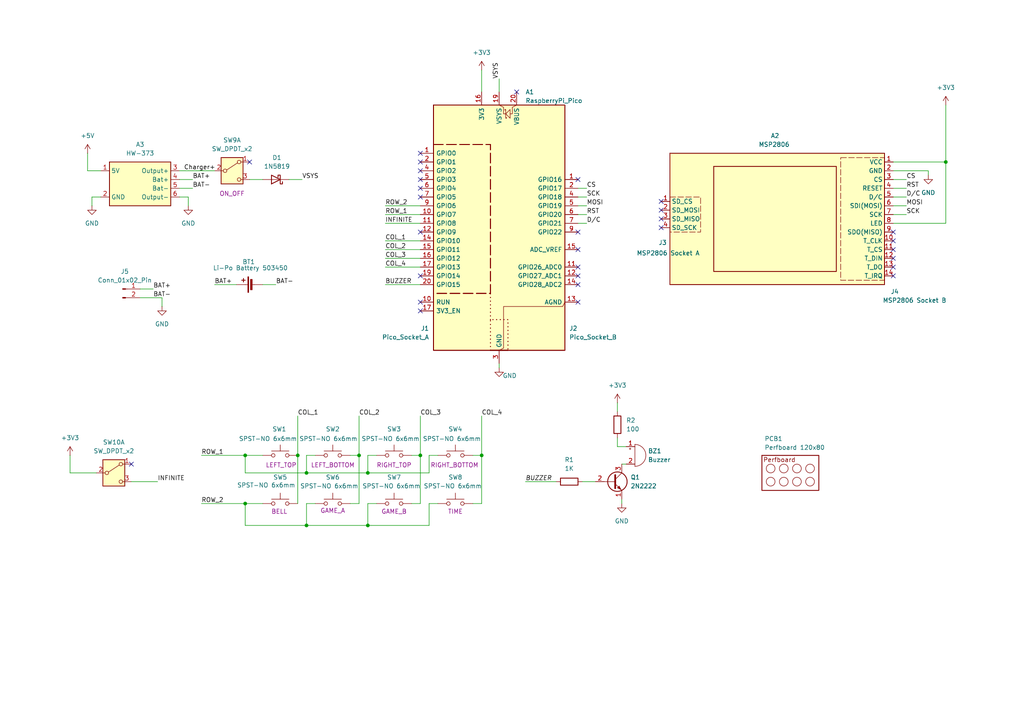
<source format=kicad_sch>
(kicad_sch (version 20250114) (generator "eeschema") (generator_version "9.0")
  (paper "A4")
  (title_block (title "Nu, Pogodi! Schematic") (date "2025-07-06") (rev "1.0"))
  (lib_symbols
    (symbol "Connector:Conn_01x02_Pin" (pin_names (offset 1.016) (hide yes))
      (property "Reference" "J" (at 0 2.54 0))
      (property "Value" "Conn_01x02_Pin" (at 0 -5.08 0))
      (symbol "Conn_01x02_Pin_1_1"
        (rectangle (start 0.8636 0.127) (end 0 -0.127) (stroke (width 0.1524)) (fill (type outline)))
        (rectangle (start 0.8636 -2.413) (end 0 -2.667) (stroke (width 0.1524)) (fill (type outline)))
        (polyline (pts (xy 1.27 0) (xy 0.8636 0)) (stroke (width 0.1524)))
        (polyline (pts (xy 1.27 -2.54) (xy 0.8636 -2.54)) (stroke (width 0.1524)))
        (pin passive line (at 5.08 0 180) (length 3.81) (name "Pin_1") (number "1"))
        (pin passive line (at 5.08 -2.54 180) (length 3.81) (name "Pin_2") (number "2"))
      )
    )
    (symbol "Device:Battery_Cell" (pin_numbers (hide yes)) (pin_names (offset 0) (hide yes))
      (property "Reference" "BT" (at 2.54 2.54 0))
      (property "Value" "Battery_Cell" (at 2.54 0 0))
      (symbol "Battery_Cell_0_1"
        (rectangle (start -2.286 1.778) (end 2.286 1.524) (fill (type outline)))
        (rectangle (start -1.524 1.016) (end 1.524 0.508) (fill (type outline)))
        (polyline (pts (xy 0 1.778) (xy 0 2.54)))
        (polyline (pts (xy 0 0.762) (xy 0 0)))
        (polyline (pts (xy 0.762 3.048) (xy 1.778 3.048)) (stroke (width 0.254)))
        (polyline (pts (xy 1.27 3.556) (xy 1.27 2.54)) (stroke (width 0.254)))
      )
      (symbol "Battery_Cell_1_1"
        (pin passive line (at 0 5.08 270) (length 2.54) (name "+") (number "1"))
        (pin passive line (at 0 -2.54 90) (length 2.54) (name "-") (number "2"))
      )
    )
    (symbol "Device:Buzzer" (pin_names (offset 0.0254) (hide yes))
      (property "Reference" "BZ" (at 3.81 1.27 0))
      (property "Value" "Buzzer" (at 3.81 -1.27 0))
      (symbol "Buzzer_0_1"
        (polyline (pts (xy -1.651 1.905) (xy -1.143 1.905)))
        (polyline (pts (xy -1.397 2.159) (xy -1.397 1.651)))
        (arc (start 0 3.175) (mid 3.1612 0) (end 0 -3.175))
        (polyline (pts (xy 0 3.175) (xy 0 -3.175)))
      )
      (symbol "Buzzer_1_1"
        (pin passive line (at -2.54 2.54 0) (length 2.54) (name "+") (number "1"))
        (pin passive line (at -2.54 -2.54 0) (length 2.54) (name "-") (number "2"))
      )
    )
    (symbol "Device:D_Schottky" (pin_numbers (hide yes)) (pin_names (offset 1.016) (hide yes))
      (property "Reference" "D" (at 0 2.54 0))
      (property "Value" "D_Schottky" (at 0 -2.54 0))
      (symbol "D_Schottky_0_1"
        (polyline (pts (xy -1.905 0.635) (xy -1.905 1.27) (xy -1.27 1.27) (xy -1.27 -1.27) (xy -0.635 -1.27) (xy -0.635 -0.635)) (stroke (width 0.254)))
        (polyline (pts (xy 1.27 1.27) (xy 1.27 -1.27) (xy -1.27 0) (xy 1.27 1.27)) (stroke (width 0.254)))
        (polyline (pts (xy 1.27 0) (xy -1.27 0)))
      )
      (symbol "D_Schottky_1_1"
        (pin passive line (at -3.81 0 0) (length 2.54) (name "K") (number "1"))
        (pin passive line (at 3.81 0 180) (length 2.54) (name "A") (number "2"))
      )
    )
    (symbol "Device:R" (pin_numbers (hide yes)) (pin_names (offset 0))
      (property "Reference" "R" (at 2.032 0 90))
      (property "Value" "R" (at 0 0 90))
      (symbol "R_0_1"
        (rectangle (start -1.016 -2.54) (end 1.016 2.54) (stroke (width 0.254)))
      )
      (symbol "R_1_1"
        (pin passive line (at 0 3.81 270) (length 1.27) (name "~") (number "1"))
        (pin passive line (at 0 -3.81 90) (length 1.27) (name "~") (number "2"))
      )
    )
    (symbol "MCU_Module_RaspberryPi_Pico:RaspberryPi_Pico_MultiPart-Module" (pin_names (offset 0.762))
      (property "Reference" "A1" (at 7.62 40.64 0))
      (property "Value" "RaspberryPi_Pico" (at 7.62 38.1 0))
      (symbol "RaspberryPi_Pico_MultiPart-Module_0_1"
        (polyline (pts (xy 0 36.83) (xy 1.27 36.195) (xy 1.27 34.29) (xy 1.905 34.29)))
        (polyline (pts (xy 0 -34.29) (xy 1.27 -33.655) (xy 1.27 -21.59) (xy 18.415 -21.59) (xy 19.05 -20.32)))
        (polyline (pts (xy 1.651 35.306) (xy 1.651 35.56) (xy 1.905 35.56) (xy 1.905 33.02) (xy 2.159 33.02) (xy 2.159 33.274)))
        (polyline (pts (xy 1.905 34.29) (xy 3.175 35.56) (xy 3.175 33.02) (xy 1.905 34.29)))
        (polyline (pts (xy 5.08 36.83) (xy 3.81 36.195) (xy 3.81 34.29) (xy 3.175 34.29)))
      )
      (symbol "RaspberryPi_Pico_MultiPart-Module_1_1"
        (rectangle (start -19.05 36.83) (end 19.05 -34.29) (stroke (width 0.254)) (fill (type background)))
        (polyline (pts (xy -19.05 25.4) (xy -2.54 25.4) (xy -2.54 -17.78) (xy -19.05 -17.78)) (stroke (width 0.254) (type dash)))
      )
    )
    (symbol "MCU_Module_RaspberryPi_Pico:RaspberryPi_Pico_MultiPart-Socket_A" (pin_names (offset 0.762))
      (property "Reference" "J" (at -20.32 -27.94 0))
      (property "Value" "Pico_Socket_A" (at -20.32 -30.48 0))
      (symbol "RaspberryPi_Pico_MultiPart-Socket_A_1_1"
        (polyline (pts (xy -19.05 25.4) (xy -19.05 -17.78)) (stroke (width 0.254)))
        (polyline (pts (xy -19.05 25.4) (xy -2.54 25.4) (xy -2.54 -17.78) (xy -19.05 -17.78)) (stroke (width 0.254) (type dash)))
        (polyline (pts (xy -2.54 -25.4) (xy -2.54 -17.78)) (stroke (width 0.254) (type dot)))
        (polyline (pts (xy -2.54 -34.29) (xy 2.54 -34.29)) (stroke (width 0.254)))
        (polyline (pts (xy -2.54 -34.29) (xy -2.54 -25.4) (xy 2.54 -25.4) (xy 2.54 -34.29)) (stroke (width 0.254) (type dot)))
        (pin bidirectional line (at -22.86 22.86 0) (length 3.81) (name "GPIO0") (number "1"))
        (pin bidirectional line (at -22.86 20.32 0) (length 3.81) (name "GPIO1") (number "2"))
        (pin bidirectional line (at -22.86 17.78 0) (length 3.81) (name "GPIO2") (number "4"))
        (pin bidirectional line (at -22.86 15.24 0) (length 3.81) (name "GPIO3") (number "5"))
        (pin bidirectional line (at -22.86 12.7 0) (length 3.81) (name "GPIO4") (number "6"))
        (pin bidirectional line (at -22.86 10.16 0) (length 3.81) (name "GPIO5") (number "7"))
        (pin bidirectional line (at -22.86 7.62 0) (length 3.81) (name "GPIO6") (number "9"))
        (pin bidirectional line (at -22.86 5.08 0) (length 3.81) (name "GPIO7") (number "10"))
        (pin bidirectional line (at -22.86 2.54 0) (length 3.81) (name "GPIO8") (number "11"))
        (pin bidirectional line (at -22.86 0 0) (length 3.81) (name "GPIO9") (number "12"))
        (pin bidirectional line (at -22.86 -2.54 0) (length 3.81) (name "GPIO10") (number "14"))
        (pin bidirectional line (at -22.86 -5.08 0) (length 3.81) (name "GPIO11") (number "15"))
        (pin bidirectional line (at -22.86 -7.62 0) (length 3.81) (name "GPIO12") (number "16"))
        (pin bidirectional line (at -22.86 -10.16 0) (length 3.81) (name "GPIO13") (number "17"))
        (pin bidirectional line (at -22.86 -12.7 0) (length 3.81) (name "GPIO14") (number "19"))
        (pin bidirectional line (at -22.86 -15.24 0) (length 3.81) (name "GPIO15") (number "20"))
        (pin passive line (at 0 -38.1 90) (length 3.81) (hide yes) (name "GND") (number "13"))
        (pin passive line (at 0 -38.1 90) (length 3.81) (hide yes) (name "GND") (number "18"))
        (pin power_out line (at 0 -38.1 90) (length 3.81) (name "GND") (number "3"))
        (pin passive line (at 0 -38.1 90) (length 3.81) (hide yes) (name "GND") (number "8"))
      )
    )
    (symbol "MCU_Module_RaspberryPi_Pico:RaspberryPi_Pico_MultiPart-Socket_B" (pin_names (offset 0.762))
      (property "Reference" "J" (at 20.32 -27.94 0))
      (property "Value" "Pico_Socket_B" (at 20.32 -30.48 0))
      (symbol "RaspberryPi_Pico_MultiPart-Socket_B_1_1"
        (polyline (pts (xy -19.05 25.4) (xy -2.54 25.4) (xy -2.54 -17.78) (xy -19.05 -17.78)) (stroke (width 0.254) (type dash)))
        (polyline (pts (xy -19.05 -17.78) (xy -19.05 -34.29) (xy 19.05 -34.29) (xy 19.05 36.83) (xy -19.05 36.83) (xy -19.05 25.4)) (stroke (width 0.254)))
        (polyline (pts (xy -2.54 -25.4) (xy -2.54 -17.78)) (stroke (width 0.254) (type dot)))
        (polyline (pts (xy -2.54 -34.29) (xy 2.54 -34.29)) (stroke (width 0.254)))
        (polyline (pts (xy -2.54 -34.29) (xy -2.54 -25.4) (xy 2.54 -25.4) (xy 2.54 -34.29)) (stroke (width 0.254) (type dot)))
        (pin input line (at -22.86 -20.32 0) (length 3.81) (name "RUN") (number "10"))
        (pin input line (at -22.86 -22.86 0) (length 3.81) (name "3V3_EN") (number "17"))
        (pin power_out line (at -5.08 40.64 270) (length 3.81) (name "3V3") (number "16"))
        (pin power_in line (at 0 40.64 270) (length 3.81) (name "VSYS") (number "19"))
        (pin passive line (at 0 -38.1 90) (length 3.81) (hide yes) (name "GND") (number "18"))
        (pin passive line (at 0 -38.1 90) (length 3.81) (hide yes) (name "GND") (number "3"))
        (pin passive line (at 0 -38.1 90) (length 3.81) (hide yes) (name "GND") (number "8"))
        (pin power_out line (at 5.08 40.64 270) (length 3.81) (name "VBUS") (number "20"))
        (pin bidirectional line (at 22.86 15.24 180) (length 3.81) (name "GPIO16") (number "1"))
        (pin bidirectional line (at 22.86 12.7 180) (length 3.81) (name "GPIO17") (number "2"))
        (pin bidirectional line (at 22.86 10.16 180) (length 3.81) (name "GPIO18") (number "4"))
        (pin bidirectional line (at 22.86 7.62 180) (length 3.81) (name "GPIO19") (number "5"))
        (pin bidirectional line (at 22.86 5.08 180) (length 3.81) (name "GPIO20") (number "6"))
        (pin bidirectional line (at 22.86 2.54 180) (length 3.81) (name "GPIO21") (number "7"))
        (pin bidirectional line (at 22.86 0 180) (length 3.81) (name "GPIO22") (number "9"))
        (pin power_in line (at 22.86 -5.08 180) (length 3.81) (name "ADC_VREF") (number "15"))
        (pin bidirectional line (at 22.86 -10.16 180) (length 3.81) (name "GPIO26_ADC0") (number "11"))
        (pin bidirectional line (at 22.86 -12.7 180) (length 3.81) (name "GPIO27_ADC1") (number "12"))
        (pin bidirectional line (at 22.86 -15.24 180) (length 3.81) (name "GPIO28_ADC2") (number "14"))
        (pin power_out line (at 22.86 -20.32 180) (length 3.81) (name "AGND") (number "13"))
      )
    )
    (symbol "MyDIY:HW-373"
      (property "Reference" "A" (at 0 10.16 0))
      (property "Value" "HW-373" (at 0 7.62 0))
      (symbol "HW-373_1_1"
        (rectangle (start -8.89 6.35) (end 8.89 -6.35) (stroke (width 0.254)) (fill (type color) (color 255 255 194 1)))
        (pin power_in line (at -11.43 3.81 0) (length 2.54) (name "5V") (number "1"))
        (pin power_out line (at -11.43 -3.81 0) (length 2.54) (name "GND") (number "2"))
        (pin power_out line (at 11.43 3.81 180) (length 2.54) (name "Output+") (number "3"))
        (pin power_in line (at 11.43 1.27 180) (length 2.54) (name "Bat+") (number "4"))
        (pin power_out line (at 11.43 -1.27 180) (length 2.54) (name "Bat-") (number "5"))
        (pin power_in line (at 11.43 -3.81 180) (length 2.54) (name "Output-") (number "6"))
      )
    )
    (symbol "MyDIY:MSP2806"
      (property "Reference" "A" (at 0 20.32 0))
      (property "Value" "MSP2806" (at -8.89 -16.51 0))
      (symbol "MSP2806_1_1"
        (rectangle (start -30.48 15.24) (end 31.75 -22.86) (stroke (width 0.254)) (fill (type color) (color 255 255 194 1)))
        (rectangle (start -17.78 11.43) (end 17.78 -19.05) (stroke (width 0.254)))
      )
    )
    (symbol "MyDIY:MSP_2807_Socket_A"
      (property "Reference" "J" (at 0 0 0))
      (symbol "MSP_2807_Socket_A_1_1"
        (rectangle (start 0 -1.27) (end 8.89 -11.43) (stroke (width 0) (type dash)))
        (pin input line (at -2.54 -2.54 0) (length 2.54) (name "SD_CS") (number "1"))
        (pin input line (at -2.54 -5.08 0) (length 2.54) (name "SD_MOSI") (number "2"))
        (pin input line (at -2.54 -7.62 0) (length 2.54) (name "SD_MISO") (number "3"))
        (pin input line (at -2.54 -10.16 0) (length 2.54) (name "SD_SCK") (number "4"))
      )
    )
    (symbol "MyDIY:MSP_2807_Socket_B"
      (property "Reference" "J" (at 0 0 0))
      (symbol "MSP_2807_Socket_B_1_1"
        (rectangle (start 0 -1.27) (end 12.7 -36.83) (stroke (width 0) (type dash)))
        (pin power_in line (at 15.24 -2.54 180) (length 2.54) (name "VCC") (number "1"))
        (pin power_out line (at 15.24 -5.08 180) (length 2.54) (name "GND") (number "2"))
        (pin input line (at 15.24 -7.62 180) (length 2.54) (name "CS") (number "3"))
        (pin input line (at 15.24 -10.16 180) (length 2.54) (name "RESET") (number "4"))
        (pin input line (at 15.24 -12.7 180) (length 2.54) (name "D/C") (number "5"))
        (pin input line (at 15.24 -15.24 180) (length 2.54) (name "SDI(MOSI)") (number "6"))
        (pin input line (at 15.24 -17.78 180) (length 2.54) (name "SCK") (number "7"))
        (pin input line (at 15.24 -20.32 180) (length 2.54) (name "LED") (number "8"))
        (pin input line (at 15.24 -22.86 180) (length 2.54) (name "SDO(MISO)") (number "9"))
        (pin input line (at 15.24 -25.4 180) (length 2.54) (name "T_CLK") (number "10"))
        (pin input line (at 15.24 -27.94 180) (length 2.54) (name "T_CS") (number "11"))
        (pin input line (at 15.24 -30.48 180) (length 2.54) (name "T_DIN") (number "12"))
        (pin input line (at 15.24 -33.02 180) (length 2.54) (name "T_DO") (number "13"))
        (pin input line (at 15.24 -35.56 180) (length 2.54) (name "T_IRQ") (number "14"))
      )
    )
    (symbol "MyDIY:Perfboard_120x80"
      (property "Reference" "U" (at 1.27 1.27 0))
      (symbol "Perfboard_120x80_0_1"
        (circle (center 2.54 -3.81) (radius 1.27))
        (circle (center 2.54 -7.62) (radius 1.27))
        (circle (center 6.35 -3.81) (radius 1.27))
        (circle (center 6.35 -7.62) (radius 1.27))
        (circle (center 10.16 -3.81) (radius 1.27))
        (circle (center 10.16 -7.62) (radius 1.27))
        (circle (center 13.97 -3.81) (radius 1.27))
        (circle (center 13.97 -7.62) (radius 1.27))
      )
      (symbol "Perfboard_120x80_1_1"
        (rectangle (start 0 0) (end 16.51 -10.16) (stroke (width 0.254)))
        (text "Perfboard" (at 5.08 -1.27 0) (effects (font (size 1.27 1.27))))
      )
    )
    (symbol "Switch:SW_DPDT_x2" (pin_names (offset 0) (hide yes))
      (property "Reference" "SW" (at 0 5.08 0))
      (property "Value" "SW_DPDT_x2" (at 0 -5.08 0))
      (symbol "SW_DPDT_x2_0_0"
        (circle (center -2.032 0) (radius 0.508))
        (circle (center 2.032 -2.54) (radius 0.508))
      )
      (symbol "SW_DPDT_x2_0_1"
        (rectangle (start -3.175 3.81) (end 3.175 -3.81) (stroke (width 0.254)) (fill (type background)))
        (polyline (pts (xy -1.524 0.254) (xy 1.5748 2.286)))
        (circle (center 2.032 2.54) (radius 0.508))
      )
      (symbol "SW_DPDT_x2_1_1"
        (pin passive line (at -5.08 0 0) (length 2.54) (name "B") (number "2"))
        (pin passive line (at 5.08 2.54 180) (length 2.54) (name "A") (number "1"))
        (pin passive line (at 5.08 -2.54 180) (length 2.54) (name "C") (number "3"))
      )
      (symbol "SW_DPDT_x2_2_1"
        (pin passive line (at -5.08 0 0) (length 2.54) (name "B") (number "5"))
        (pin passive line (at 5.08 2.54 180) (length 2.54) (name "A") (number "4"))
        (pin passive line (at 5.08 -2.54 180) (length 2.54) (name "C") (number "6"))
      )
    )
    (symbol "Switch:SW_Push" (pin_numbers (hide yes)) (pin_names (offset 1.016) (hide yes))
      (property "Reference" "SW" (at 1.27 2.54 0))
      (property "Value" "SW_Push" (at 0 -1.524 0))
      (symbol "SW_Push_0_1"
        (circle (center -2.032 0) (radius 0.508))
        (polyline (pts (xy 0 1.27) (xy 0 3.048)))
        (circle (center 2.032 0) (radius 0.508))
        (polyline (pts (xy 2.54 1.27) (xy -2.54 1.27)))
        (pin passive line (at -5.08 0 0) (length 2.54) (name "1") (number "1"))
        (pin passive line (at 5.08 0 180) (length 2.54) (name "2") (number "2"))
      )
    )
    (symbol "Transistor_BJT:2N2219" (pin_names (offset 0) (hide yes))
      (property "Reference" "Q" (at 5.08 1.905 0))
      (property "Value" "2N2219" (at 5.08 0 0))
      (symbol "2N2219_0_1"
        (polyline (pts (xy -2.54 0) (xy 0.635 0)))
        (polyline (pts (xy 0.635 1.905) (xy 0.635 -1.905)) (stroke (width 0.508)))
        (circle (center 1.27 0) (radius 2.8194) (stroke (width 0.254)))
      )
      (symbol "2N2219_1_1"
        (polyline (pts (xy 0.635 0.635) (xy 2.54 2.54)))
        (polyline (pts (xy 0.635 -0.635) (xy 2.54 -2.54)))
        (polyline (pts (xy 1.27 -1.778) (xy 1.778 -1.27) (xy 2.286 -2.286) (xy 1.27 -1.778)) (fill (type outline)))
        (pin input line (at -5.08 0 0) (length 2.54) (name "B") (number "2"))
        (pin passive line (at 2.54 5.08 270) (length 2.54) (name "C") (number "3"))
        (pin passive line (at 2.54 -5.08 90) (length 2.54) (name "E") (number "1"))
      )
    )
    (symbol "power:+3.3V" (power) (pin_numbers (hide yes)) (pin_names (offset 0) (hide yes))
      (property "Value" "+3.3V" (at 0 3.556 0))
      (symbol "+3.3V_0_1"
        (polyline (pts (xy -0.762 1.27) (xy 0 2.54)))
        (polyline (pts (xy 0 2.54) (xy 0.762 1.27)))
        (polyline (pts (xy 0 0) (xy 0 2.54)))
      )
      (symbol "+3.3V_1_1"
        (pin power_in line (at 0 0 90) (length 0) (name "~") (number "1"))
      )
    )
    (symbol "power:+3V3" (power) (pin_numbers (hide yes)) (pin_names (offset 0) (hide yes))
      (property "Value" "+3V3" (at 0 3.556 0))
      (symbol "+3V3_0_1"
        (polyline (pts (xy -0.762 1.27) (xy 0 2.54)))
        (polyline (pts (xy 0 2.54) (xy 0.762 1.27)))
        (polyline (pts (xy 0 0) (xy 0 2.54)))
      )
      (symbol "+3V3_1_1"
        (pin power_in line (at 0 0 90) (length 0) (name "~") (number "1"))
      )
    )
    (symbol "power:+5V" (power) (pin_numbers (hide yes)) (pin_names (offset 0) (hide yes))
      (property "Value" "+5V" (at 0 3.556 0))
      (symbol "+5V_0_1"
        (polyline (pts (xy -0.762 1.27) (xy 0 2.54)))
        (polyline (pts (xy 0 2.54) (xy 0.762 1.27)))
        (polyline (pts (xy 0 0) (xy 0 2.54)))
      )
      (symbol "+5V_1_1"
        (pin power_in line (at 0 0 90) (length 0) (name "~") (number "1"))
      )
    )
    (symbol "power:GND" (power) (pin_numbers (hide yes)) (pin_names (offset 0) (hide yes))
      (property "Value" "GND" (at 0 -3.81 0))
      (symbol "GND_0_1"
        (polyline (pts (xy 0 0) (xy 0 -1.27) (xy 1.27 -1.27) (xy 0 -2.54) (xy -1.27 -1.27) (xy 0 -1.27)))
      )
      (symbol "GND_1_1"
        (pin power_in line (at 0 0 270) (length 0) (name "~") (number "1"))
      )
    )
  )
  (junction (at 86.36 132.08))
  (junction (at 88.9 137.16))
  (junction (at 71.12 146.05))
  (junction (at 139.7 132.08))
  (junction (at 274.32 46.99))
  (junction (at 104.14 132.08))
  (junction (at 106.68 137.16))
  (junction (at 106.68 152.4))
  (junction (at 88.9 152.4))
  (junction (at 121.92 132.08))
  (junction (at 71.12 132.08))
  (no_connect (at 72.39 46.99))
  (no_connect (at 121.92 80.01))
  (no_connect (at 191.77 66.04))
  (no_connect (at 259.08 72.39))
  (no_connect (at 191.77 58.42))
  (no_connect (at 259.08 74.93))
  (no_connect (at 167.64 77.47))
  (no_connect (at 38.1 134.62))
  (no_connect (at 121.92 44.45))
  (no_connect (at 149.86 26.67))
  (no_connect (at 121.92 54.61))
  (no_connect (at 167.64 72.39))
  (no_connect (at 167.64 87.63))
  (no_connect (at 121.92 90.17))
  (no_connect (at 121.92 46.99))
  (no_connect (at 167.64 52.07))
  (no_connect (at 259.08 77.47))
  (no_connect (at 167.64 80.01))
  (no_connect (at 121.92 67.31))
  (no_connect (at 259.08 69.85))
  (no_connect (at 259.08 67.31))
  (no_connect (at 259.08 80.01))
  (no_connect (at 121.92 57.15))
  (no_connect (at 191.77 60.96))
  (no_connect (at 121.92 49.53))
  (no_connect (at 167.64 82.55))
  (no_connect (at 121.92 87.63))
  (no_connect (at 191.77 63.5))
  (no_connect (at 121.92 52.07))
  (no_connect (at 167.64 67.31))
  (wire (pts (xy 86.36 120.65) (xy 86.36 132.08)))
  (wire (pts (xy 139.7 132.08) (xy 139.7 146.05)))
  (wire (pts (xy 259.08 49.53) (xy 269.24 49.53)))
  (wire (pts (xy 88.9 132.08) (xy 91.44 132.08)))
  (wire (pts (xy 71.12 132.08) (xy 76.2 132.08)))
  (wire (pts (xy 106.68 146.05) (xy 109.22 146.05)))
  (wire (pts (xy 119.38 146.05) (xy 121.92 146.05)))
  (wire (pts (xy 259.08 46.99) (xy 274.32 46.99)))
  (wire (pts (xy 86.36 132.08) (xy 86.36 146.05)))
  (wire (pts (xy 76.2 82.55) (xy 80.01 82.55)))
  (wire (pts (xy 111.76 82.55) (xy 121.92 82.55)))
  (wire (pts (xy 20.32 132.08) (xy 20.32 137.16)))
  (wire (pts (xy 46.99 86.36) (xy 46.99 88.9)))
  (wire (pts (xy 168.91 139.7) (xy 172.72 139.7)))
  (wire (pts (xy 62.23 82.55) (xy 68.58 82.55)))
  (wire (pts (xy 25.4 44.45) (xy 25.4 49.53)))
  (wire (pts (xy 269.24 49.53) (xy 269.24 50.8)))
  (wire (pts (xy 167.64 62.23) (xy 170.18 62.23)))
  (wire (pts (xy 71.12 152.4) (xy 71.12 146.05)))
  (wire (pts (xy 71.12 137.16) (xy 88.9 137.16)))
  (wire (pts (xy 88.9 137.16) (xy 88.9 132.08)))
  (wire (pts (xy 167.64 57.15) (xy 170.18 57.15)))
  (wire (pts (xy 20.32 137.16) (xy 27.94 137.16)))
  (wire (pts (xy 106.68 137.16) (xy 124.46 137.16)))
  (wire (pts (xy 104.14 146.05) (xy 101.6 146.05)))
  (wire (pts (xy 58.42 132.08) (xy 71.12 132.08)))
  (wire (pts (xy 259.08 54.61) (xy 262.89 54.61)))
  (wire (pts (xy 88.9 152.4) (xy 106.68 152.4)))
  (wire (pts (xy 259.08 57.15) (xy 262.89 57.15)))
  (wire (pts (xy 88.9 146.05) (xy 91.44 146.05)))
  (wire (pts (xy 180.34 144.78) (xy 180.34 146.05)))
  (wire (pts (xy 111.76 74.93) (xy 121.92 74.93)))
  (wire (pts (xy 88.9 137.16) (xy 106.68 137.16)))
  (wire (pts (xy 58.42 146.05) (xy 71.12 146.05)))
  (wire (pts (xy 144.78 105.41) (xy 144.78 106.68)))
  (wire (pts (xy 119.38 132.08) (xy 121.92 132.08)))
  (wire (pts (xy 38.1 139.7) (xy 45.72 139.7)))
  (wire (pts (xy 181.61 129.54) (xy 179.07 129.54)))
  (wire (pts (xy 139.7 20.32) (xy 139.7 26.67)))
  (wire (pts (xy 259.08 64.77) (xy 274.32 64.77)))
  (wire (pts (xy 40.64 86.36) (xy 46.99 86.36)))
  (wire (pts (xy 106.68 132.08) (xy 109.22 132.08)))
  (wire (pts (xy 181.61 134.62) (xy 180.34 134.62)))
  (wire (pts (xy 52.07 49.53) (xy 62.23 49.53)))
  (wire (pts (xy 167.64 64.77) (xy 170.18 64.77)))
  (wire (pts (xy 121.92 120.65) (xy 121.92 132.08)))
  (wire (pts (xy 52.07 54.61) (xy 55.88 54.61)))
  (wire (pts (xy 83.82 52.07) (xy 87.63 52.07)))
  (wire (pts (xy 71.12 132.08) (xy 71.12 137.16)))
  (wire (pts (xy 111.76 62.23) (xy 121.92 62.23)))
  (wire (pts (xy 274.32 46.99) (xy 274.32 64.77)))
  (wire (pts (xy 152.4 139.7) (xy 161.29 139.7)))
  (wire (pts (xy 26.67 57.15) (xy 26.67 59.69)))
  (wire (pts (xy 72.39 52.07) (xy 76.2 52.07)))
  (wire (pts (xy 104.14 120.65) (xy 104.14 132.08)))
  (wire (pts (xy 111.76 77.47) (xy 121.92 77.47)))
  (wire (pts (xy 88.9 152.4) (xy 71.12 152.4)))
  (wire (pts (xy 137.16 132.08) (xy 139.7 132.08)))
  (wire (pts (xy 71.12 146.05) (xy 76.2 146.05)))
  (wire (pts (xy 259.08 62.23) (xy 262.89 62.23)))
  (wire (pts (xy 88.9 146.05) (xy 88.9 152.4)))
  (wire (pts (xy 167.64 59.69) (xy 170.18 59.69)))
  (wire (pts (xy 54.61 57.15) (xy 54.61 59.69)))
  (wire (pts (xy 124.46 152.4) (xy 124.46 146.05)))
  (wire (pts (xy 52.07 57.15) (xy 54.61 57.15)))
  (wire (pts (xy 124.46 132.08) (xy 127 132.08)))
  (wire (pts (xy 167.64 54.61) (xy 170.18 54.61)))
  (wire (pts (xy 259.08 52.07) (xy 262.89 52.07)))
  (wire (pts (xy 121.92 132.08) (xy 121.92 146.05)))
  (wire (pts (xy 104.14 132.08) (xy 104.14 146.05)))
  (wire (pts (xy 139.7 120.65) (xy 139.7 132.08)))
  (wire (pts (xy 25.4 49.53) (xy 29.21 49.53)))
  (wire (pts (xy 179.07 127) (xy 179.07 129.54)))
  (wire (pts (xy 144.78 26.67) (xy 144.78 22.86)))
  (wire (pts (xy 137.16 146.05) (xy 139.7 146.05)))
  (wire (pts (xy 179.07 116.84) (xy 179.07 119.38)))
  (wire (pts (xy 52.07 52.07) (xy 55.88 52.07)))
  (wire (pts (xy 111.76 69.85) (xy 121.92 69.85)))
  (wire (pts (xy 40.64 83.82) (xy 44.45 83.82)))
  (wire (pts (xy 101.6 132.08) (xy 104.14 132.08)))
  (wire (pts (xy 106.68 137.16) (xy 106.68 132.08)))
  (wire (pts (xy 106.68 146.05) (xy 106.68 152.4)))
  (wire (pts (xy 274.32 30.48) (xy 274.32 46.99)))
  (wire (pts (xy 106.68 152.4) (xy 124.46 152.4)))
  (wire (pts (xy 124.46 137.16) (xy 124.46 132.08)))
  (wire (pts (xy 124.46 146.05) (xy 127 146.05)))
  (wire (pts (xy 111.76 59.69) (xy 121.92 59.69)))
  (wire (pts (xy 29.21 57.15) (xy 26.67 57.15)))
  (wire (pts (xy 111.76 72.39) (xy 121.92 72.39)))
  (wire (pts (xy 111.76 64.77) (xy 121.92 64.77)))
  (wire (pts (xy 259.08 59.69) (xy 262.89 59.69)))
  (label "COL_1" (at 86.36 120.65 0))
  (label "COL_3" (at 111.76 74.93 0))
  (label "ROW_2" (at 58.42 146.05 0))
  (label "COL_4" (at 139.7 120.65 0))
  (label "COL_4" (at 111.76 77.47 0))
  (label "BAT-" (at 44.45 86.36 0))
  (label "COL_2" (at 111.76 72.39 0))
  (label "ROW_2" (at 111.76 59.69 0))
  (label "Charger+" (at 53.34 49.53 0))
  (label "BAT-" (at 80.01 82.55 0))
  (label "ROW_1" (at 111.76 62.23 0))
  (label "ROW_1" (at 58.42 132.08 0))
  (label "MOSI" (at 262.89 59.69 0))
  (label "CS" (at 262.89 52.07 0))
  (label "BAT+" (at 44.45 83.82 0))
  (label "BUZZER" (at 111.76 82.55 0))
  (label "SCK" (at 262.89 62.23 0))
  (label "VSYS" (at 144.78 22.86 90))
  (label "D{slash}C" (at 262.89 57.15 0))
  (label "RST" (at 262.89 54.61 0))
  (label "BAT+" (at 62.23 82.55 0))
  (label "INFINITE" (at 45.72 139.7 0))
  (label "SCK" (at 170.18 57.15 0))
  (label "VSYS" (at 87.63 52.07 0))
  (label "RST" (at 170.18 62.23 0))
  (label "CS" (at 170.18 54.61 0))
  (label "BUZZER" (at 152.4 139.7 0) (effects (font (italic yes))))
  (label "INFINITE" (at 111.76 64.77 0))
  (label "MOSI" (at 170.18 59.69 0))
  (label "COL_1" (at 111.76 69.85 0))
  (label "COL_2" (at 104.14 120.65 0))
  (label "BAT-" (at 55.88 54.61 0))
  (label "D{slash}C" (at 170.18 64.77 0))
  (label "COL_3" (at 121.92 120.65 0))
  (label "BAT+" (at 55.88 52.07 0))
  (symbol (lib_id "Switch:SW_Push") (at 114.3 132.08 0) (unit 1)
    (property "Reference" "SW3" (at 114.3 124.46 0))
    (property "Value" "SPST-NO 6x6mm" (at 113.284 127.254 0))
    (property "Footprint" "MyDIY:SW_PUSH_BB_6mm" (effects (hide yes)))
    (property "Description" "Push button switch, generic, two pins" (effects (hide yes)))
    (property "Title" "RIGHT_TOP" (at 114.3 134.874 0))
  )
  (symbol (lib_id "Switch:SW_Push") (at 96.52 146.05 0) (unit 1)
    (property "Reference" "SW6" (at 96.52 138.43 0))
    (property "Value" "SPST-NO 6x6mm" (at 95.504 140.97 0))
    (property "Footprint" "MyDIY:SW_PUSH_BB_6mm" (effects (hide yes)))
    (property "Description" "Push button switch, generic, two pins" (effects (hide yes)))
    (property "Title" "GAME_A" (at 96.52 148.082 0))
  )
  (symbol (lib_id "Switch:SW_Push") (at 114.3 146.05 0) (unit 1)
    (property "Reference" "SW7" (at 114.3 138.43 0))
    (property "Value" "SPST-NO 6x6mm" (at 113.538 140.97 0))
    (property "Footprint" "MyDIY:SW_PUSH_BB_6mm" (effects (hide yes)))
    (property "Description" "Push button switch, generic, two pins" (effects (hide yes)))
    (property "Title" "GAME_B" (at 114.3 148.336 0))
  )
  (symbol (lib_id "MyDIY:MSP2806") (at 224.79 59.69 0) (unit 1)
    (property "Reference" "A2" (at 224.79 39.37 0))
    (property "Value" "MSP2806" (at 224.536 41.91 0))
    (property "Footprint" "MyDIY:MSP_2807" (effects (hide yes)))
  )
  (symbol (lib_id "Device:Buzzer") (at 184.15 132.08 0) (unit 1)
    (property "Reference" "BZ1" (at 187.96 130.8099 0) (effects (justify left)))
    (property "Value" "Buzzer" (at 187.96 133.3499 0) (effects (justify left)))
    (property "Footprint" "Buzzer_Beeper:Buzzer_12x9.5RM7.6" (effects (hide yes)))
    (property "Description" "Buzzer, polarized" (effects (hide yes)))
  )
  (symbol (lib_id "power:+3V3") (at 139.7 20.32 0) (unit 1)
    (property "Reference" "#PWR06" (effects (hide yes)))
    (property "Value" "+3V3" (at 139.7 15.24 0))
    (property "Description" "Power symbol creates a global label with name \"+3V3\"" (effects (hide yes)))
  )
  (symbol (lib_id "Switch:SW_Push") (at 132.08 132.08 0) (unit 1)
    (property "Reference" "SW4" (at 132.08 124.46 0))
    (property "Value" "SPST-NO 6x6mm" (at 131.064 127.254 0))
    (property "Footprint" "MyDIY:SW_PUSH_BB_6mm" (effects (hide yes)))
    (property "Description" "Push button switch, generic, two pins" (effects (hide yes)))
    (property "Title" "RIGHT_BOTTOM" (at 131.826 134.874 0))
  )
  (symbol (lib_id "power:GND") (at 269.24 50.8 0) (unit 1)
    (property "Reference" "#PWR05" (effects (hide yes)))
    (property "Value" "GND" (at 269.24 55.88 0))
    (property "Description" "Power symbol creates a global label with name \"GND\" , ground" (effects (hide yes)))
  )
  (symbol (lib_id "Device:R") (at 179.07 123.19 0) (unit 1)
    (property "Reference" "R2" (at 181.61 121.9199 0) (effects (justify left)))
    (property "Value" "100" (at 181.61 124.4599 0) (effects (justify left)))
    (property "Footprint" "Resistor_THT:R_Axial_DIN0204_L3.6mm_D1.6mm_P7.62mm_Horizontal" (effects (hide yes)))
    (property "Description" "Resistor" (effects (hide yes)))
  )
  (symbol (lib_id "power:+3V3") (at 274.32 30.48 0) (unit 1)
    (property "Reference" "#PWR03" (effects (hide yes)))
    (property "Value" "+3V3" (at 274.32 25.4 0))
    (property "Description" "Power symbol creates a global label with name \"+3V3\"" (effects (hide yes)))
  )
  (symbol (lib_id "power:+3.3V") (at 179.07 116.84 0) (unit 1)
    (property "Reference" "#PWR01" (effects (hide yes)))
    (property "Value" "+3V3" (at 179.07 111.76 0))
    (property "Description" "Power symbol creates a global label with name \"+3.3V\"" (effects (hide yes)))
  )
  (symbol (lib_id "power:+5V") (at 25.4 44.45 0) (unit 1)
    (property "Reference" "#PWR07" (effects (hide yes)))
    (property "Value" "+5V" (at 25.4 39.37 0))
    (property "Description" "Power symbol creates a global label with name \"+5V\"" (effects (hide yes)))
  )
  (symbol (lib_id "Switch:SW_Push") (at 81.28 146.05 0) (unit 1)
    (property "Reference" "SW5" (at 81.28 138.43 0))
    (property "Value" "SPST-NO 6x6mm" (at 77.216 140.716 0))
    (property "Footprint" "MyDIY:SW_PUSH_BB_6mm" (effects (hide yes)))
    (property "Description" "Push button switch, generic, two pins" (effects (hide yes)))
    (property "Title" "BELL" (at 81.026 148.336 0))
  )
  (symbol (lib_id "Device:R") (at 165.1 139.7 90) (unit 1)
    (property "Reference" "R1" (at 165.1 133.35 90))
    (property "Value" "1K" (at 165.1 135.89 90))
    (property "Footprint" "Resistor_THT:R_Axial_DIN0204_L3.6mm_D1.6mm_P7.62mm_Horizontal" (effects (hide yes)))
    (property "Description" "Resistor" (effects (hide yes)))
  )
  (symbol (lib_id "power:+3V3") (at 20.32 132.08 0) (unit 1)
    (property "Reference" "#PWR04" (effects (hide yes)))
    (property "Value" "+3V3" (at 20.32 127 0))
    (property "Description" "Power symbol creates a global label with name \"+3V3\"" (effects (hide yes)))
  )
  (symbol (lib_id "Transistor_BJT:2N2219") (at 177.8 139.7 0) (unit 1)
    (property "Reference" "Q1" (at 182.88 138.4299 0) (effects (justify left)))
    (property "Value" "2N2222" (at 182.88 140.9699 0) (effects (justify left)))
    (property "Footprint" "Package_TO_SOT_THT:TO-92_Wide" (effects (hide yes)))
  )
  (symbol (lib_id "power:GND") (at 54.61 59.69 0) (unit 1)
    (property "Reference" "#PWR010" (effects (hide yes)))
    (property "Value" "GND" (at 54.61 64.77 0))
    (property "Description" "Power symbol creates a global label with name \"GND\" , ground" (effects (hide yes)))
  )
  (symbol (lib_id "Switch:SW_Push") (at 96.52 132.08 0) (unit 1)
    (property "Reference" "SW2" (at 96.52 124.46 0))
    (property "Value" "SPST-NO 6x6mm" (at 95.25 127.254 0))
    (property "Footprint" "MyDIY:SW_PUSH_BB_6mm" (effects (hide yes)))
    (property "Description" "Push button switch, generic, two pins" (effects (hide yes)))
    (property "Title" "LEFT_BOTTOM" (at 96.52 134.874 0))
  )
  (symbol (lib_id "MCU_Module_RaspberryPi_Pico:RaspberryPi_Pico_MultiPart-Module") (at 144.78 67.31 0) (unit 1)
    (property "Reference" "A1" (at 152.4 26.67 0) (effects (justify left)))
    (property "Value" "RaspberryPi_Pico" (at 152.4 29.21 0) (effects (justify left)))
    (property "Footprint" "Module_RaspberryPi_Pico:RaspberryPi_Pico_Original_Virtual" (effects (hide yes)))
    (property "Datasheet" "https://datasheets.raspberrypi.com/pico/pico-datasheet.pdf" (effects (hide yes)))
    (property "Description" "Versatile and inexpensive microcontroller module powered by RP2040 dual-core Arm Cortex-M0+ processor up to 133 MHz, 264kB SRAM, 2MB QSPI flash" (effects (hide yes)))
  )
  (symbol (lib_id "MyDIY:MSP_2807_Socket_B") (at 243.84 44.45 0) (unit 1)
    (property "Reference" "J4" (at 258.318 84.582 0) (effects (justify left)))
    (property "Value" "MSP2806 Socket B" (at 256.032 87.122 0) (effects (justify left)))
    (property "Footprint" "MyDIY:MSP_2807_Socket_B" (effects (hide yes)))
  )
  (symbol (lib_id "Switch:SW_DPDT_x2") (at 67.31 49.53 0) (unit 1)
    (property "Reference" "SW9" (at 67.31 40.64 0))
    (property "Value" "SW_DPDT_x2" (at 67.31 43.18 0))
    (property "Footprint" "MyDIY:SW_DPDT_XLX" (effects (hide yes)))
    (property "Description" "Switch, dual pole double throw, separate symbols" (effects (hide yes)))
    (property "Title" "ON_OFF" (at 67.31 56.134 0))
  )
  (symbol (lib_id "MCU_Module_RaspberryPi_Pico:RaspberryPi_Pico_MultiPart-Socket_A") (at 144.78 67.31 0) (unit 1)
    (property "Reference" "J1" (at 124.46 95.25 0) (effects (justify right)))
    (property "Value" "Pico_Socket_A" (at 124.46 97.79 0) (effects (justify right)))
    (property "Footprint" "Module_RaspberryPi_Pico:RaspberryPi_Pico_PinSocket_1x20_P2.54mm_Vertical" (effects (hide yes)))
    (property "Datasheet" "https://datasheets.raspberrypi.com/pico/pico-datasheet.pdf" (effects (hide yes)))
    (property "Description" "One of two 1x20 headers for connecting a Raspberry Pi Pico, with the Pico's specific pins and capabilities implemented, single row, 01x20" (effects (hide yes)))
  )
  (symbol (lib_id "MyDIY:HW-373") (at 40.64 53.34 0) (unit 1) (on_board no)
    (property "Reference" "A3" (at 40.64 41.91 0))
    (property "Value" "HW-373" (at 40.64 44.45 0))
    (property "Footprint" "MyDIY:HW-373" (effects (hide yes)))
  )
  (symbol (lib_id "Connector:Conn_01x02_Pin") (at 35.56 83.82 0) (unit 1)
    (property "Reference" "J5" (at 36.195 78.74 0))
    (property "Value" "Conn_01x02_Pin" (at 36.195 81.28 0))
    (property "Footprint" "Connector_PinHeader_2.54mm:PinHeader_1x02_P2.54mm_Horizontal" (effects (hide yes)))
    (property "Description" "Generic connector, single row, 01x02, script generated" (effects (hide yes)))
  )
  (symbol (lib_id "Switch:SW_Push") (at 132.08 146.05 0) (unit 1)
    (property "Reference" "SW8" (at 132.08 138.43 0))
    (property "Value" "SPST-NO 6x6mm" (at 131.318 140.97 0))
    (property "Footprint" "MyDIY:SW_PUSH_BB_6mm" (effects (hide yes)))
    (property "Description" "Push button switch, generic, two pins" (effects (hide yes)))
    (property "Title" "TIME" (at 132.08 148.336 0))
  )
  (symbol (lib_id "Device:Battery_Cell") (at 73.66 82.55 90) (unit 1)
    (property "Reference" "BT1" (at 72.136 75.946 90))
    (property "Value" "Li-Po Battery 503450" (at 72.644 77.724 90))
    (property "Footprint" "MyDIY:LI-Po 503450" (effects (hide yes)))
    (property "Description" "Single-cell battery" (effects (hide yes)))
  )
  (symbol (lib_id "Switch:SW_DPDT_x2") (at 33.02 137.16 0) (unit 1)
    (property "Reference" "SW10" (at 33.02 128.27 0))
    (property "Value" "SW_DPDT_x2" (at 33.02 130.81 0))
    (property "Footprint" "MyDIY:SW_DPDT_XLX" (effects (hide yes)))
    (property "Description" "Switch, dual pole double throw, separate symbols" (effects (hide yes)))
    (property "Title" "INFINITE" (effects (hide yes)))
  )
  (symbol (lib_id "MyDIY:MSP_2807_Socket_A") (at 194.31 55.88 0) (unit 1)
    (property "Reference" "J3" (at 191.008 70.358 0) (effects (justify left)))
    (property "Value" "MSP2806 Socket A" (at 184.658 73.406 0) (effects (justify left)))
    (property "Footprint" "MyDIY:MSP_2807_Socket_A" (effects (hide yes)))
  )
  (symbol (lib_id "power:GND") (at 46.99 88.9 0) (unit 1)
    (property "Reference" "#PWR011" (effects (hide yes)))
    (property "Value" "GND" (at 46.99 93.98 0))
    (property "Description" "Power symbol creates a global label with name \"GND\" , ground" (effects (hide yes)))
  )
  (symbol (lib_id "power:GND") (at 180.34 146.05 0) (unit 1)
    (property "Reference" "#PWR02" (effects (hide yes)))
    (property "Value" "GND" (at 180.34 151.13 0))
    (property "Description" "Power symbol creates a global label with name \"GND\" , ground" (effects (hide yes)))
  )
  (symbol (lib_id "Switch:SW_Push") (at 81.28 132.08 0) (unit 1)
    (property "Reference" "SW1" (at 81.026 124.46 0))
    (property "Value" "SPST-NO 6x6mm" (at 77.724 127.254 0))
    (property "Footprint" "MyDIY:SW_PUSH_BB_6mm" (effects (hide yes)))
    (property "Description" "Push button switch, generic, two pins" (effects (hide yes)))
    (property "Title" "LEFT_TOP" (at 81.534 134.874 0))
  )
  (symbol (lib_id "power:GND") (at 144.78 106.68 0) (unit 1)
    (property "Reference" "#PWR09" (effects (hide yes)))
    (property "Value" "GND" (at 147.828 108.966 0))
    (property "Description" "Power symbol creates a global label with name \"GND\" , ground" (effects (hide yes)))
  )
  (symbol (lib_id "MCU_Module_RaspberryPi_Pico:RaspberryPi_Pico_MultiPart-Socket_B") (at 144.78 67.31 0) (unit 1)
    (property "Reference" "J2" (at 165.1 95.25 0) (effects (justify left)))
    (property "Value" "Pico_Socket_B" (at 165.1 97.79 0) (effects (justify left)))
    (property "Footprint" "Module_RaspberryPi_Pico:RaspberryPi_Pico_PinSocket_1x20_P2.54mm_Vertical" (effects (hide yes)))
    (property "Datasheet" "https://datasheets.raspberrypi.com/pico/pico-datasheet.pdf" (effects (hide yes)))
    (property "Description" "One of two 1x20 headers for connecting a Raspberry Pi Pico, with the Pico's specific pins and capabilities implemented, single row, 01x20" (effects (hide yes)))
  )
  (symbol (lib_id "Device:D_Schottky") (at 80.01 52.07 180) (unit 1)
    (property "Reference" "D1" (at 80.3275 45.72 0))
    (property "Value" "1N5819" (at 80.3275 48.26 0))
    (property "Footprint" "Diode_THT:D_DO-41_SOD81_P10.16mm_Horizontal" (effects (hide yes)))
    (property "Description" "Schottky diode" (effects (hide yes)))
  )
  (symbol (lib_id "power:GND") (at 26.67 59.69 0) (unit 1)
    (property "Reference" "#PWR08" (effects (hide yes)))
    (property "Value" "GND" (at 26.67 64.77 0))
    (property "Description" "Power symbol creates a global label with name \"GND\" , ground" (effects (hide yes)))
  )
  (symbol (lib_id "MyDIY:Perfboard_120x80") (at 220.98 132.08 0) (unit 1)
    (property "Reference" "PCB1" (at 221.742 127.254 0) (effects (justify left)))
    (property "Value" "Perfboard 120x80" (at 221.742 129.794 0) (effects (justify left)))
    (property "Footprint" "MyDIY:Perfboard_120x80mm_1260_Holes" (effects (hide yes)))
  )
)
</source>
